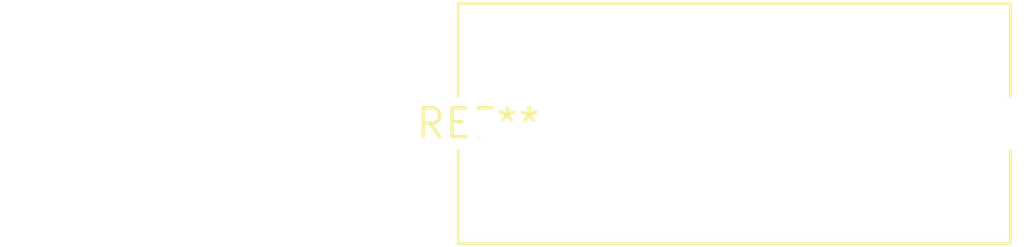
<source format=kicad_pcb>
(kicad_pcb (version 20240108) (generator pcbnew)
  (layers (0 "F.Cu" signal) (31 "B.Cu" signal) (34 "B.Paste" user) (35 "F.Paste" user) (36 "B.SilkS" user "B.Silkscreen") (37 "F.SilkS" user "F.Silkscreen") (38 "B.Mask" user) (39 "F.Mask" user) (44 "Edge.Cuts" user))
  (net 0 "")
  (footprint "C_Rect_L24.0mm_W10.3mm_P22.50mm_MKT" (layer "F.Cu") (at 0 0)
    (property "Reference" "REF**")
    (property "Value" "C_Rect_L24.0mm_W10.3mm_P22.50mm_MKT")
    (fp_line (start -0.87 -5.27) (end -0.87 -1.185) (layer "F.SilkS") (stroke (width 0.12)))
    (fp_line (start -0.87 -5.27) (end 23.37 -5.27) (layer "F.SilkS") (stroke (width 0.12)))
    (fp_line (start -0.87 1.185) (end -0.87 5.27) (layer "F.SilkS") (stroke (width 0.12)))
    (fp_line (start -0.87 5.27) (end 23.37 5.27) (layer "F.SilkS") (stroke (width 0.12)))
    (fp_line (start 23.37 -5.27) (end 23.37 -1.185) (layer "F.SilkS") (stroke (width 0.12)))
    (fp_line (start 23.37 1.185) (end 23.37 5.27) (layer "F.SilkS") (stroke (width 0.12)))
    (pad "1" thru_hole circle (at 0 0) (size 2.4 2.4) (drill 1.2) (layers *.Cu *.Mask) (remove_unused_layers))
    (pad "2" thru_hole circle (at 22.5 0) (size 2.4 2.4) (drill 1.2) (layers *.Cu *.Mask) (remove_unused_layers))
  )
)
</source>
